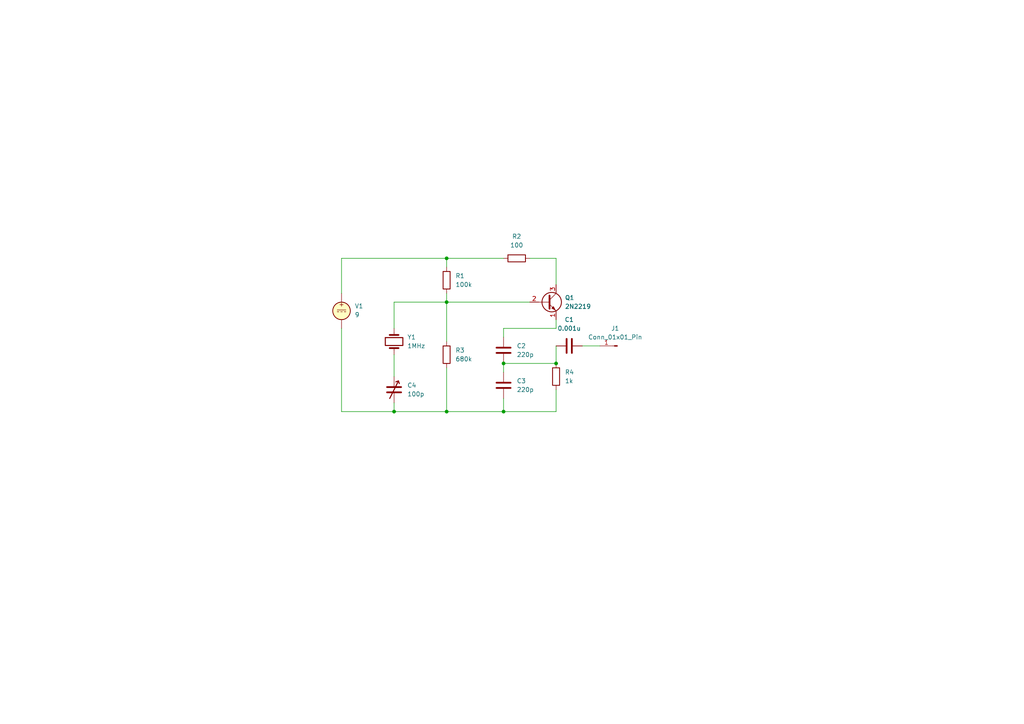
<source format=kicad_sch>
(kicad_sch (version 20250114) (generator "eeschema") (generator_version "9.0")
  (paper "A4")
  (lib_symbols
    (symbol "Connector:Conn_01x01_Pin" (pin_names (offset 1.016) (hide yes))
      (property "Reference" "J" (at 0 2.54 0))
      (property "Value" "Conn_01x01_Pin" (at 0 -2.54 0))
      (symbol "Conn_01x01_Pin_1_1"
        (rectangle (start 0.8636 0.127) (end 0 -0.127) (stroke (width 0.1524)) (fill (type outline)))
        (polyline (pts (xy 1.27 0) (xy 0.8636 0)) (stroke (width 0.1524)))
        (pin passive line (at 5.08 0 180) (length 3.81) (name "Pin_1") (number "1"))
      )
    )
    (symbol "Device:C" (pin_numbers (hide yes)) (pin_names (offset 0.254))
      (property "Reference" "C" (at 0.635 2.54 0))
      (property "Value" "C" (at 0.635 -2.54 0))
      (symbol "C_0_1"
        (polyline (pts (xy -2.032 0.762) (xy 2.032 0.762)) (stroke (width 0.508)))
        (polyline (pts (xy -2.032 -0.762) (xy 2.032 -0.762)) (stroke (width 0.508)))
      )
      (symbol "C_1_1"
        (pin passive line (at 0 3.81 270) (length 2.794) (name "~") (number "1"))
        (pin passive line (at 0 -3.81 90) (length 2.794) (name "~") (number "2"))
      )
    )
    (symbol "Device:C_Variable" (pin_numbers (hide yes)) (pin_names (offset 0.254) (hide yes))
      (property "Reference" "C" (at 0.635 -1.905 0))
      (property "Value" "C_Variable" (at 0.635 -3.81 0))
      (symbol "C_Variable_0_1"
        (polyline (pts (xy -2.032 0.762) (xy 2.032 0.762)) (stroke (width 0.508)))
        (polyline (pts (xy -2.032 -0.762) (xy 2.032 -0.762)) (stroke (width 0.508)))
        (polyline (pts (xy 1.27 2.54) (xy -1.27 -2.54)) (stroke (width 0.3048)))
        (polyline (pts (xy 1.27 2.54) (xy 0.508 2.286)) (stroke (width 0.3048)))
        (polyline (pts (xy 1.27 2.54) (xy 1.524 1.778)) (stroke (width 0.3048)))
      )
      (symbol "C_Variable_1_1"
        (pin passive line (at 0 3.81 270) (length 3.048) (name "~") (number "1"))
        (pin passive line (at 0 -3.81 90) (length 3.048) (name "~") (number "2"))
      )
    )
    (symbol "Device:Crystal" (pin_numbers (hide yes)) (pin_names (offset 1.016) (hide yes))
      (property "Reference" "Y" (at 0 3.81 0))
      (property "Value" "Crystal" (at 0 -3.81 0))
      (symbol "Crystal_0_1"
        (polyline (pts (xy -2.54 0) (xy -1.905 0)))
        (polyline (pts (xy -1.905 -1.27) (xy -1.905 1.27)) (stroke (width 0.508)))
        (rectangle (start -1.143 2.54) (end 1.143 -2.54) (stroke (width 0.3048)))
        (polyline (pts (xy 1.905 -1.27) (xy 1.905 1.27)) (stroke (width 0.508)))
        (polyline (pts (xy 2.54 0) (xy 1.905 0)))
      )
      (symbol "Crystal_1_1"
        (pin passive line (at -3.81 0 0) (length 1.27) (name "1") (number "1"))
        (pin passive line (at 3.81 0 180) (length 1.27) (name "2") (number "2"))
      )
    )
    (symbol "Device:R" (pin_numbers (hide yes)) (pin_names (offset 0))
      (property "Reference" "R" (at 2.032 0 90))
      (property "Value" "R" (at 0 0 90))
      (symbol "R_0_1"
        (rectangle (start -1.016 -2.54) (end 1.016 2.54) (stroke (width 0.254)))
      )
      (symbol "R_1_1"
        (pin passive line (at 0 3.81 270) (length 1.27) (name "~") (number "1"))
        (pin passive line (at 0 -3.81 90) (length 1.27) (name "~") (number "2"))
      )
    )
    (symbol "Simulation_SPICE:VDC" (pin_numbers (hide yes)) (pin_names (offset 0.0254))
      (property "Reference" "V" (at 2.54 2.54 0))
      (property "Value" "1" (at 2.54 0 0))
      (symbol "VDC_0_0"
        (polyline (pts (xy -1.27 0.254) (xy 1.27 0.254)))
        (polyline (pts (xy -0.762 -0.254) (xy -1.27 -0.254)))
        (polyline (pts (xy 0.254 -0.254) (xy -0.254 -0.254)))
        (polyline (pts (xy 1.27 -0.254) (xy 0.762 -0.254)))
        (text "+" (at 0 1.905 0) (effects (font (size 1.27 1.27))))
      )
      (symbol "VDC_0_1"
        (circle (center 0 0) (radius 2.54) (stroke (width 0.254)) (fill (type background)))
      )
      (symbol "VDC_1_1"
        (pin passive line (at 0 5.08 270) (length 2.54) (name "~") (number "1"))
        (pin passive line (at 0 -5.08 90) (length 2.54) (name "~") (number "2"))
      )
    )
    (symbol "Transistor_BJT:2N2219" (pin_names (offset 0) (hide yes))
      (property "Reference" "Q" (at 5.08 1.905 0))
      (property "Value" "2N2219" (at 5.08 0 0))
      (symbol "2N2219_0_1"
        (polyline (pts (xy -2.54 0) (xy 0.635 0)))
        (polyline (pts (xy 0.635 1.905) (xy 0.635 -1.905)) (stroke (width 0.508)))
        (circle (center 1.27 0) (radius 2.8194) (stroke (width 0.254)))
      )
      (symbol "2N2219_1_1"
        (polyline (pts (xy 0.635 0.635) (xy 2.54 2.54)))
        (polyline (pts (xy 0.635 -0.635) (xy 2.54 -2.54)))
        (polyline (pts (xy 1.27 -1.778) (xy 1.778 -1.27) (xy 2.286 -2.286) (xy 1.27 -1.778)) (fill (type outline)))
        (pin input line (at -5.08 0 0) (length 2.54) (name "B") (number "2"))
        (pin passive line (at 2.54 5.08 270) (length 2.54) (name "C") (number "3"))
        (pin passive line (at 2.54 -5.08 90) (length 2.54) (name "E") (number "1"))
      )
    )
  )
  (junction (at 129.54 87.63))
  (junction (at 146.05 105.41))
  (junction (at 114.3 119.38))
  (junction (at 129.54 74.93))
  (junction (at 146.05 119.38))
  (junction (at 161.29 105.41))
  (junction (at 129.54 119.38))
  (wire (pts (xy 146.05 95.25) (xy 161.29 95.25)))
  (wire (pts (xy 99.06 74.93) (xy 99.06 85.09)))
  (wire (pts (xy 161.29 100.33) (xy 161.29 105.41)))
  (wire (pts (xy 129.54 74.93) (xy 146.05 74.93)))
  (wire (pts (xy 114.3 102.87) (xy 114.3 109.22)))
  (wire (pts (xy 114.3 116.84) (xy 114.3 119.38)))
  (wire (pts (xy 114.3 87.63) (xy 129.54 87.63)))
  (wire (pts (xy 153.67 74.93) (xy 161.29 74.93)))
  (wire (pts (xy 161.29 95.25) (xy 161.29 92.71)))
  (wire (pts (xy 161.29 113.03) (xy 161.29 119.38)))
  (wire (pts (xy 129.54 119.38) (xy 146.05 119.38)))
  (wire (pts (xy 99.06 95.25) (xy 99.06 119.38)))
  (wire (pts (xy 129.54 87.63) (xy 153.67 87.63)))
  (wire (pts (xy 146.05 115.57) (xy 146.05 119.38)))
  (wire (pts (xy 129.54 74.93) (xy 129.54 77.47)))
  (wire (pts (xy 168.91 100.33) (xy 173.99 100.33)))
  (wire (pts (xy 129.54 85.09) (xy 129.54 87.63)))
  (wire (pts (xy 99.06 74.93) (xy 129.54 74.93)))
  (wire (pts (xy 146.05 105.41) (xy 161.29 105.41)))
  (wire (pts (xy 146.05 95.25) (xy 146.05 97.79)))
  (wire (pts (xy 114.3 95.25) (xy 114.3 87.63)))
  (wire (pts (xy 161.29 119.38) (xy 146.05 119.38)))
  (wire (pts (xy 114.3 119.38) (xy 129.54 119.38)))
  (wire (pts (xy 129.54 87.63) (xy 129.54 99.06)))
  (wire (pts (xy 129.54 106.68) (xy 129.54 119.38)))
  (wire (pts (xy 161.29 74.93) (xy 161.29 82.55)))
  (wire (pts (xy 146.05 105.41) (xy 146.05 107.95)))
  (wire (pts (xy 99.06 119.38) (xy 114.3 119.38)))
  (symbol (lib_id "Device:C_Variable") (at 114.3 113.03 0) (unit 1)
    (property "Reference" "C4" (at 118.11 111.7599 0) (effects (justify left)))
    (property "Value" "100p" (at 118.11 114.2999 0) (effects (justify left)))
    (property "Description" "Variable capacitor" (effects (hide yes)))
  )
  (symbol (lib_id "Device:C") (at 146.05 101.6 0) (unit 1)
    (property "Reference" "C2" (at 149.86 100.3299 0) (effects (justify left)))
    (property "Value" "220p" (at 149.86 102.8699 0) (effects (justify left)))
    (property "Description" "Unpolarized capacitor" (effects (hide yes)))
  )
  (symbol (lib_id "Connector:Conn_01x01_Pin") (at 179.07 100.33 180) (unit 1)
    (property "Reference" "J1" (at 178.435 95.25 0))
    (property "Value" "Conn_01x01_Pin" (at 178.435 97.79 0))
    (property "Description" "Generic connector, single row, 01x01, script generated" (effects (hide yes)))
  )
  (symbol (lib_id "Device:Crystal") (at 114.3 99.06 90) (unit 1)
    (property "Reference" "Y1" (at 118.11 97.7899 90) (effects (justify right)))
    (property "Value" "1MHz" (at 118.11 100.3299 90) (effects (justify right)))
    (property "Description" "Two pin crystal" (effects (hide yes)))
  )
  (symbol (lib_id "Transistor_BJT:2N2219") (at 158.75 87.63 0) (unit 1)
    (property "Reference" "Q1" (at 163.83 86.3599 0) (effects (justify left)))
    (property "Value" "2N2219" (at 163.83 88.8999 0) (effects (justify left)))
    (property "Footprint" "Package_TO_SOT_THT:TO-39-3" (effects (hide yes)))
    (property "Datasheet" "http://www.onsemi.com/pub_link/Collateral/2N2219-D.PDF" (effects (hide yes)))
    (property "Description" "800mA Ic, 50V Vce, NPN Transistor, TO-39" (effects (hide yes)))
  )
  (symbol (lib_id "Device:C") (at 146.05 111.76 0) (unit 1)
    (property "Reference" "C3" (at 149.86 110.4899 0) (effects (justify left)))
    (property "Value" "220p" (at 149.86 113.0299 0) (effects (justify left)))
    (property "Description" "Unpolarized capacitor" (effects (hide yes)))
  )
  (symbol (lib_id "Device:R") (at 149.86 74.93 90) (unit 1)
    (property "Reference" "R2" (at 149.86 68.58 90))
    (property "Value" "100" (at 149.86 71.12 90))
    (property "Description" "Resistor" (effects (hide yes)))
  )
  (symbol (lib_id "Device:R") (at 129.54 81.28 180) (unit 1)
    (property "Reference" "R1" (at 132.08 80.0099 0) (effects (justify right)))
    (property "Value" "100k" (at 132.08 82.5499 0) (effects (justify right)))
    (property "Description" "Resistor" (effects (hide yes)))
  )
  (symbol (lib_id "Simulation_SPICE:VDC") (at 99.06 90.17 0) (unit 1)
    (property "Reference" "V1" (at 102.87 88.7701 0) (effects (justify left)))
    (property "Value" "9" (at 102.87 91.3101 0) (effects (justify left)))
    (property "Datasheet" "https://ngspice.sourceforge.io/docs/ngspice-html-manual/manual.xhtml#sec_Independent_Sources_for" (effects (hide yes)))
    (property "Description" "Voltage source, DC" (effects (hide yes)))
    (property "Sim.Pins" "1=+ 2=-" (effects (hide yes)))
    (property "Sim.Type" "DC" (effects (hide yes)))
    (property "Sim.Device" "V" (effects (hide yes)))
  )
  (symbol (lib_id "Device:R") (at 161.29 109.22 0) (unit 1)
    (property "Reference" "R4" (at 163.83 107.9499 0) (effects (justify left)))
    (property "Value" "1k" (at 163.83 110.4899 0) (effects (justify left)))
    (property "Description" "Resistor" (effects (hide yes)))
  )
  (symbol (lib_id "Device:C") (at 165.1 100.33 90) (unit 1)
    (property "Reference" "C1" (at 165.1 92.71 90))
    (property "Value" "0.001u" (at 165.1 95.25 90))
    (property "Description" "Unpolarized capacitor" (effects (hide yes)))
  )
  (symbol (lib_id "Device:R") (at 129.54 102.87 0) (unit 1)
    (property "Reference" "R3" (at 132.08 101.5999 0) (effects (justify left)))
    (property "Value" "680k" (at 132.08 104.1399 0) (effects (justify left)))
    (property "Description" "Resistor" (effects (hide yes)))
  )
)
</source>
